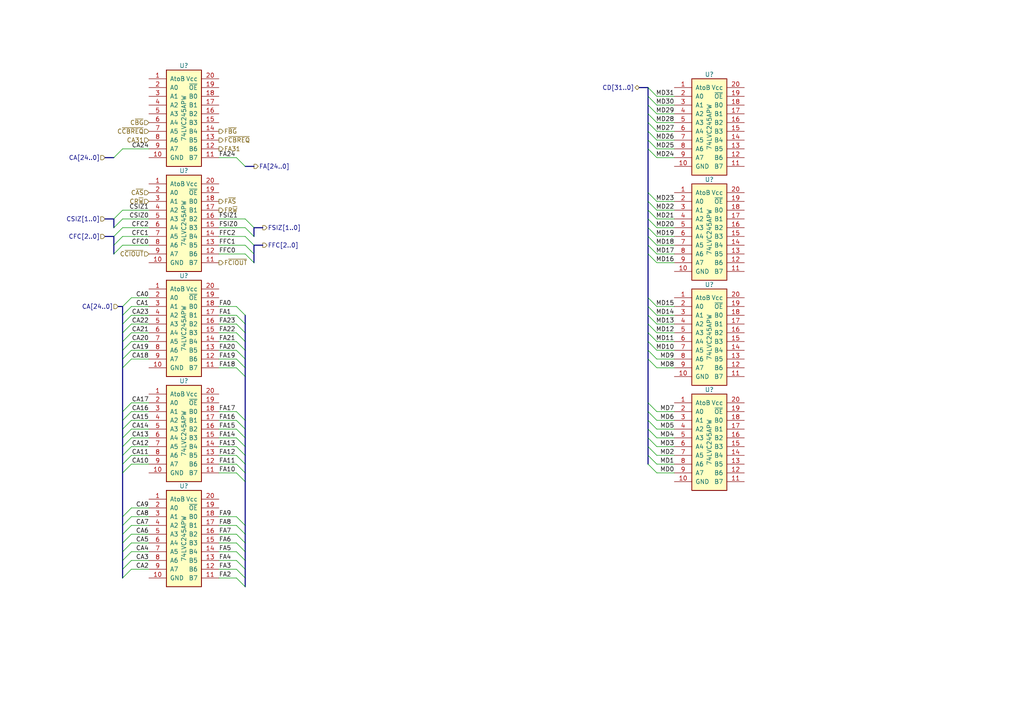
<source format=kicad_sch>
(kicad_sch (version 20211123) (generator eeschema)
  (paper "A4")
  (lib_symbols
    (symbol "GW_Logic:74245" (pin_names (offset 1.016))
      (property "Reference" "U" (at 0 15.24 0))
      (property "Value" "74245" (at 0 0 90))
      (symbol "74245_0_1"
        (rectangle (start -5.08 13.97) (end 5.08 -13.97) (stroke (width 0.254)) (fill (type background)))
      )
      (symbol "74245_1_1"
        (pin input line (at -10.16 11.43 0) (length 5.08) (name "AtoB") (number "1"))
        (pin power_in line (at -10.16 -11.43 0) (length 5.08) (name "GND") (number "10"))
        (pin bidirectional line (at 10.16 -11.43 180) (length 5.08) (name "B7") (number "11"))
        (pin bidirectional line (at 10.16 -8.89 180) (length 5.08) (name "B6") (number "12"))
        (pin bidirectional line (at 10.16 -6.35 180) (length 5.08) (name "B5") (number "13"))
        (pin bidirectional line (at 10.16 -3.81 180) (length 5.08) (name "B4") (number "14"))
        (pin bidirectional line (at 10.16 -1.27 180) (length 5.08) (name "B3") (number "15"))
        (pin bidirectional line (at 10.16 1.27 180) (length 5.08) (name "B2") (number "16"))
        (pin bidirectional line (at 10.16 3.81 180) (length 5.08) (name "B1") (number "17"))
        (pin bidirectional line (at 10.16 6.35 180) (length 5.08) (name "B0") (number "18"))
        (pin input line (at 10.16 8.89 180) (length 5.08) (name "~{OE}") (number "19"))
        (pin bidirectional line (at -10.16 8.89 0) (length 5.08) (name "A0") (number "2"))
        (pin power_in line (at 10.16 11.43 180) (length 5.08) (name "Vcc") (number "20"))
        (pin bidirectional line (at -10.16 6.35 0) (length 5.08) (name "A1") (number "3"))
        (pin bidirectional line (at -10.16 3.81 0) (length 5.08) (name "A2") (number "4"))
        (pin bidirectional line (at -10.16 1.27 0) (length 5.08) (name "A3") (number "5"))
        (pin bidirectional line (at -10.16 -1.27 0) (length 5.08) (name "A4") (number "6"))
        (pin bidirectional line (at -10.16 -3.81 0) (length 5.08) (name "A5") (number "7"))
        (pin bidirectional line (at -10.16 -6.35 0) (length 5.08) (name "A6") (number "8"))
        (pin bidirectional line (at -10.16 -8.89 0) (length 5.08) (name "A7") (number "9"))
      )
    )
  )
  (bus_entry (at 35.56 60.96) (size -2.54 2.54))
  (bus_entry (at 382.27 67.31) (size 2.54 -2.54))
  (bus_entry (at 382.27 49.53) (size 2.54 -2.54))
  (bus_entry (at 68.58 96.52) (size 2.54 2.54))
  (bus_entry (at 68.58 167.64) (size 2.54 2.54))
  (bus_entry (at 38.1 160.02) (size -2.54 2.54))
  (bus_entry (at 38.1 121.92) (size -2.54 2.54))
  (bus_entry (at 190.5 76.2) (size -2.54 -2.54))
  (bus_entry (at 382.27 36.83) (size 2.54 -2.54))
  (bus_entry (at 68.58 101.6) (size 2.54 2.54))
  (bus_entry (at 190.5 38.1) (size -2.54 -2.54))
  (bus_entry (at 68.58 127) (size 2.54 2.54))
  (bus_entry (at 71.12 63.5) (size 2.54 2.54))
  (bus_entry (at 68.58 132.08) (size 2.54 2.54))
  (bus_entry (at 68.58 157.48) (size 2.54 2.54))
  (bus_entry (at 190.5 129.54) (size -2.54 -2.54))
  (bus_entry (at 382.27 59.69) (size 2.54 -2.54))
  (bus_entry (at 35.56 43.18) (size -2.54 2.54))
  (bus_entry (at 382.27 87.63) (size 2.54 -2.54))
  (bus_entry (at 382.27 92.71) (size 2.54 -2.54))
  (bus_entry (at 190.5 106.68) (size -2.54 -2.54))
  (bus_entry (at 68.58 106.68) (size 2.54 2.54))
  (bus_entry (at 190.5 101.6) (size -2.54 -2.54))
  (bus_entry (at 190.5 88.9) (size -2.54 -2.54))
  (bus_entry (at 35.56 63.5) (size -2.54 2.54))
  (bus_entry (at 382.27 72.39) (size 2.54 -2.54))
  (bus_entry (at 382.27 77.47) (size 2.54 -2.54))
  (bus_entry (at 190.5 71.12) (size -2.54 -2.54))
  (bus_entry (at 190.5 66.04) (size -2.54 -2.54))
  (bus_entry (at 382.27 57.15) (size 2.54 -2.54))
  (bus_entry (at 190.5 43.18) (size -2.54 -2.54))
  (bus_entry (at 382.27 100.33) (size 2.54 -2.54))
  (bus_entry (at 190.5 121.92) (size -2.54 -2.54))
  (bus_entry (at 68.58 162.56) (size 2.54 2.54))
  (bus_entry (at 190.5 132.08) (size -2.54 -2.54))
  (bus_entry (at 71.12 66.04) (size 2.54 2.54))
  (bus_entry (at 382.27 74.93) (size 2.54 -2.54))
  (bus_entry (at 38.1 124.46) (size -2.54 2.54))
  (bus_entry (at 35.56 71.12) (size -2.54 2.54))
  (bus_entry (at 68.58 45.72) (size 2.54 2.54))
  (bus_entry (at 68.58 104.14) (size 2.54 2.54))
  (bus_entry (at 382.27 34.29) (size 2.54 -2.54))
  (bus_entry (at 68.58 88.9) (size 2.54 2.54))
  (bus_entry (at 382.27 52.07) (size 2.54 -2.54))
  (bus_entry (at 68.58 99.06) (size 2.54 2.54))
  (bus_entry (at 71.12 68.58) (size 2.54 2.54))
  (bus_entry (at 71.12 71.12) (size 2.54 2.54))
  (bus_entry (at 190.5 91.44) (size -2.54 -2.54))
  (bus_entry (at 190.5 104.14) (size -2.54 -2.54))
  (bus_entry (at 382.27 62.23) (size 2.54 -2.54))
  (bus_entry (at 38.1 132.08) (size -2.54 2.54))
  (bus_entry (at 382.27 39.37) (size 2.54 -2.54))
  (bus_entry (at 68.58 165.1) (size 2.54 2.54))
  (bus_entry (at 382.27 105.41) (size 2.54 -2.54))
  (bus_entry (at 382.27 64.77) (size 2.54 -2.54))
  (bus_entry (at 382.27 26.67) (size 2.54 -2.54))
  (bus_entry (at 190.5 73.66) (size -2.54 -2.54))
  (bus_entry (at 190.5 99.06) (size -2.54 -2.54))
  (bus_entry (at 38.1 149.86) (size -2.54 2.54))
  (bus_entry (at 38.1 119.38) (size -2.54 2.54))
  (bus_entry (at 38.1 154.94) (size -2.54 2.54))
  (bus_entry (at 190.5 33.02) (size -2.54 -2.54))
  (bus_entry (at 38.1 86.36) (size -2.54 2.54))
  (bus_entry (at 38.1 152.4) (size -2.54 2.54))
  (bus_entry (at 190.5 40.64) (size -2.54 -2.54))
  (bus_entry (at 382.27 90.17) (size 2.54 -2.54))
  (bus_entry (at 68.58 93.98) (size 2.54 2.54))
  (bus_entry (at 190.5 119.38) (size -2.54 -2.54))
  (bus_entry (at 382.27 31.75) (size 2.54 -2.54))
  (bus_entry (at 35.56 66.04) (size -2.54 2.54))
  (bus_entry (at 68.58 119.38) (size 2.54 2.54))
  (bus_entry (at 68.58 91.44) (size 2.54 2.54))
  (bus_entry (at 382.27 29.21) (size 2.54 -2.54))
  (bus_entry (at 68.58 121.92) (size 2.54 2.54))
  (bus_entry (at 190.5 27.94) (size -2.54 -2.54))
  (bus_entry (at 38.1 88.9) (size -2.54 2.54))
  (bus_entry (at 190.5 68.58) (size -2.54 -2.54))
  (bus_entry (at 190.5 60.96) (size -2.54 -2.54))
  (bus_entry (at 190.5 124.46) (size -2.54 -2.54))
  (bus_entry (at 382.27 80.01) (size 2.54 -2.54))
  (bus_entry (at 382.27 95.25) (size 2.54 -2.54))
  (bus_entry (at 382.27 46.99) (size 2.54 -2.54))
  (bus_entry (at 38.1 116.84) (size -2.54 2.54))
  (bus_entry (at 68.58 160.02) (size 2.54 2.54))
  (bus_entry (at 68.58 152.4) (size 2.54 2.54))
  (bus_entry (at 38.1 165.1) (size -2.54 2.54))
  (bus_entry (at 382.27 69.85) (size 2.54 -2.54))
  (bus_entry (at 68.58 149.86) (size 2.54 2.54))
  (bus_entry (at 38.1 157.48) (size -2.54 2.54))
  (bus_entry (at 38.1 129.54) (size -2.54 2.54))
  (bus_entry (at 68.58 124.46) (size 2.54 2.54))
  (bus_entry (at 38.1 147.32) (size -2.54 2.54))
  (bus_entry (at 38.1 162.56) (size -2.54 2.54))
  (bus_entry (at 382.27 54.61) (size 2.54 -2.54))
  (bus_entry (at 68.58 137.16) (size 2.54 2.54))
  (bus_entry (at 68.58 134.62) (size 2.54 2.54))
  (bus_entry (at 190.5 134.62) (size -2.54 -2.54))
  (bus_entry (at 190.5 63.5) (size -2.54 -2.54))
  (bus_entry (at 38.1 134.62) (size -2.54 2.54))
  (bus_entry (at 38.1 91.44) (size -2.54 2.54))
  (bus_entry (at 190.5 96.52) (size -2.54 -2.54))
  (bus_entry (at 190.5 58.42) (size -2.54 -2.54))
  (bus_entry (at 190.5 137.16) (size -2.54 -2.54))
  (bus_entry (at 382.27 41.91) (size 2.54 -2.54))
  (bus_entry (at 382.27 102.87) (size 2.54 -2.54))
  (bus_entry (at 38.1 96.52) (size -2.54 2.54))
  (bus_entry (at 38.1 101.6) (size -2.54 2.54))
  (bus_entry (at 190.5 35.56) (size -2.54 -2.54))
  (bus_entry (at 38.1 99.06) (size -2.54 2.54))
  (bus_entry (at 382.27 97.79) (size 2.54 -2.54))
  (bus_entry (at 382.27 44.45) (size 2.54 -2.54))
  (bus_entry (at 190.5 30.48) (size -2.54 -2.54))
  (bus_entry (at 71.12 73.66) (size 2.54 2.54))
  (bus_entry (at 68.58 154.94) (size 2.54 2.54))
  (bus_entry (at 382.27 82.55) (size 2.54 -2.54))
  (bus_entry (at 190.5 45.72) (size -2.54 -2.54))
  (bus_entry (at 38.1 104.14) (size -2.54 2.54))
  (bus_entry (at 38.1 93.98) (size -2.54 2.54))
  (bus_entry (at 190.5 93.98) (size -2.54 -2.54))
  (bus_entry (at 35.56 68.58) (size -2.54 2.54))
  (bus_entry (at 382.27 85.09) (size 2.54 -2.54))
  (bus_entry (at 38.1 127) (size -2.54 2.54))
  (bus_entry (at 68.58 129.54) (size 2.54 2.54))
  (bus_entry (at 190.5 127) (size -2.54 -2.54))
  (wire (pts (xy 43.18 157.48) (xy 38.1 157.48)))
  (bus (pts (xy 187.96 25.4) (xy 185.42 25.4)))
  (wire (pts (xy 43.18 127) (xy 38.1 127)))
  (bus (pts (xy 71.12 121.92) (xy 71.12 124.46)))
  (bus (pts (xy 384.81 26.67) (xy 384.81 29.21)))
  (wire (pts (xy 377.19 54.61) (xy 382.27 54.61)))
  (bus (pts (xy 187.96 38.1) (xy 187.96 40.64)))
  (wire (pts (xy 63.5 88.9) (xy 68.58 88.9)))
  (wire (pts (xy 377.19 52.07) (xy 382.27 52.07)))
  (wire (pts (xy 377.19 72.39) (xy 382.27 72.39)))
  (bus (pts (xy 35.56 96.52) (xy 35.56 99.06)))
  (bus (pts (xy 187.96 63.5) (xy 187.96 66.04)))
  (bus (pts (xy 384.81 62.23) (xy 384.81 64.77)))
  (bus (pts (xy 187.96 101.6) (xy 187.96 99.06)))
  (bus (pts (xy 187.96 96.52) (xy 187.96 93.98)))
  (bus (pts (xy 187.96 55.88) (xy 187.96 58.42)))
  (wire (pts (xy 195.58 134.62) (xy 190.5 134.62)))
  (wire (pts (xy 195.58 35.56) (xy 190.5 35.56)))
  (wire (pts (xy 63.5 93.98) (xy 68.58 93.98)))
  (wire (pts (xy 377.19 67.31) (xy 382.27 67.31)))
  (wire (pts (xy 43.18 129.54) (xy 38.1 129.54)))
  (wire (pts (xy 63.5 149.86) (xy 68.58 149.86)))
  (bus (pts (xy 71.12 96.52) (xy 71.12 99.06)))
  (wire (pts (xy 63.5 162.56) (xy 68.58 162.56)))
  (bus (pts (xy 71.12 165.1) (xy 71.12 167.64)))
  (wire (pts (xy 63.5 63.5) (xy 71.12 63.5)))
  (bus (pts (xy 384.81 39.37) (xy 384.81 41.91)))
  (wire (pts (xy 43.18 101.6) (xy 38.1 101.6)))
  (bus (pts (xy 384.81 54.61) (xy 384.81 57.15)))
  (wire (pts (xy 377.19 39.37) (xy 382.27 39.37)))
  (bus (pts (xy 187.96 33.02) (xy 187.96 35.56)))
  (wire (pts (xy 63.5 96.52) (xy 68.58 96.52)))
  (bus (pts (xy 187.96 73.66) (xy 187.96 86.36)))
  (bus (pts (xy 35.56 132.08) (xy 35.56 134.62)))
  (bus (pts (xy 35.56 134.62) (xy 35.56 137.16)))
  (wire (pts (xy 195.58 63.5) (xy 190.5 63.5)))
  (bus (pts (xy 384.81 44.45) (xy 384.81 46.99)))
  (bus (pts (xy 384.81 67.31) (xy 384.81 64.77)))
  (bus (pts (xy 187.96 132.08) (xy 187.96 129.54)))
  (bus (pts (xy 187.96 124.46) (xy 187.96 121.92)))
  (wire (pts (xy 195.58 121.92) (xy 190.5 121.92)))
  (wire (pts (xy 43.18 147.32) (xy 38.1 147.32)))
  (bus (pts (xy 187.96 58.42) (xy 187.96 60.96)))
  (wire (pts (xy 377.19 105.41) (xy 382.27 105.41)))
  (wire (pts (xy 63.5 119.38) (xy 68.58 119.38)))
  (wire (pts (xy 63.5 154.94) (xy 68.58 154.94)))
  (bus (pts (xy 35.56 154.94) (xy 35.56 157.48)))
  (bus (pts (xy 187.96 91.44) (xy 187.96 88.9)))
  (bus (pts (xy 73.66 68.58) (xy 73.66 66.04)))
  (wire (pts (xy 377.19 87.63) (xy 382.27 87.63)))
  (wire (pts (xy 195.58 106.68) (xy 190.5 106.68)))
  (bus (pts (xy 384.81 59.69) (xy 384.81 62.23)))
  (wire (pts (xy 63.5 152.4) (xy 68.58 152.4)))
  (bus (pts (xy 35.56 137.16) (xy 35.56 149.86)))
  (bus (pts (xy 71.12 167.64) (xy 71.12 170.18)))
  (bus (pts (xy 33.02 63.5) (xy 30.48 63.5)))
  (bus (pts (xy 384.81 46.99) (xy 384.81 49.53)))
  (wire (pts (xy 377.19 26.67) (xy 382.27 26.67)))
  (bus (pts (xy 73.66 71.12) (xy 73.66 73.66)))
  (wire (pts (xy 35.56 43.18) (xy 43.18 43.18)))
  (wire (pts (xy 195.58 43.18) (xy 190.5 43.18)))
  (wire (pts (xy 377.19 92.71) (xy 382.27 92.71)))
  (bus (pts (xy 35.56 91.44) (xy 35.56 93.98)))
  (bus (pts (xy 73.66 66.04) (xy 76.2 66.04)))
  (bus (pts (xy 71.12 162.56) (xy 71.12 165.1)))
  (wire (pts (xy 43.18 132.08) (xy 38.1 132.08)))
  (wire (pts (xy 43.18 119.38) (xy 38.1 119.38)))
  (wire (pts (xy 63.5 132.08) (xy 68.58 132.08)))
  (bus (pts (xy 71.12 157.48) (xy 71.12 160.02)))
  (bus (pts (xy 384.81 85.09) (xy 384.81 82.55)))
  (bus (pts (xy 71.12 129.54) (xy 71.12 132.08)))
  (bus (pts (xy 71.12 152.4) (xy 71.12 154.94)))
  (wire (pts (xy 377.19 102.87) (xy 382.27 102.87)))
  (wire (pts (xy 63.5 106.68) (xy 68.58 106.68)))
  (bus (pts (xy 187.96 60.96) (xy 187.96 63.5)))
  (bus (pts (xy 187.96 66.04) (xy 187.96 68.58)))
  (wire (pts (xy 63.5 129.54) (xy 68.58 129.54)))
  (bus (pts (xy 35.56 162.56) (xy 35.56 165.1)))
  (bus (pts (xy 384.81 69.85) (xy 384.81 67.31)))
  (bus (pts (xy 33.02 73.66) (xy 33.02 71.12)))
  (bus (pts (xy 35.56 157.48) (xy 35.56 160.02)))
  (wire (pts (xy 377.19 77.47) (xy 382.27 77.47)))
  (wire (pts (xy 195.58 71.12) (xy 190.5 71.12)))
  (wire (pts (xy 63.5 157.48) (xy 68.58 157.48)))
  (bus (pts (xy 187.96 121.92) (xy 187.96 119.38)))
  (wire (pts (xy 377.19 36.83) (xy 382.27 36.83)))
  (wire (pts (xy 377.19 95.25) (xy 382.27 95.25)))
  (wire (pts (xy 377.19 80.01) (xy 382.27 80.01)))
  (bus (pts (xy 187.96 43.18) (xy 187.96 55.88)))
  (bus (pts (xy 35.56 124.46) (xy 35.56 127)))
  (wire (pts (xy 43.18 91.44) (xy 38.1 91.44)))
  (bus (pts (xy 187.96 27.94) (xy 187.96 30.48)))
  (wire (pts (xy 195.58 45.72) (xy 190.5 45.72)))
  (wire (pts (xy 43.18 162.56) (xy 38.1 162.56)))
  (wire (pts (xy 377.19 97.79) (xy 382.27 97.79)))
  (wire (pts (xy 377.19 31.75) (xy 382.27 31.75)))
  (bus (pts (xy 384.81 95.25) (xy 384.81 92.71)))
  (wire (pts (xy 43.18 154.94) (xy 38.1 154.94)))
  (wire (pts (xy 377.19 34.29) (xy 382.27 34.29)))
  (wire (pts (xy 43.18 68.58) (xy 35.56 68.58)))
  (wire (pts (xy 63.5 99.06) (xy 68.58 99.06)))
  (bus (pts (xy 187.96 127) (xy 187.96 124.46)))
  (bus (pts (xy 73.66 76.2) (xy 73.66 73.66)))
  (wire (pts (xy 195.58 66.04) (xy 190.5 66.04)))
  (wire (pts (xy 63.5 127) (xy 68.58 127)))
  (wire (pts (xy 63.5 121.92) (xy 68.58 121.92)))
  (bus (pts (xy 384.81 82.55) (xy 384.81 80.01)))
  (wire (pts (xy 63.5 73.66) (xy 71.12 73.66)))
  (bus (pts (xy 384.81 80.01) (xy 384.81 77.47)))
  (bus (pts (xy 35.56 119.38) (xy 35.56 121.92)))
  (wire (pts (xy 195.58 33.02) (xy 190.5 33.02)))
  (bus (pts (xy 384.81 92.71) (xy 384.81 90.17)))
  (wire (pts (xy 377.19 64.77) (xy 382.27 64.77)))
  (wire (pts (xy 195.58 132.08) (xy 190.5 132.08)))
  (wire (pts (xy 377.19 74.93) (xy 382.27 74.93)))
  (wire (pts (xy 63.5 101.6) (xy 68.58 101.6)))
  (bus (pts (xy 187.96 40.64) (xy 187.96 43.18)))
  (bus (pts (xy 384.81 102.87) (xy 384.81 100.33)))
  (bus (pts (xy 187.96 129.54) (xy 187.96 127)))
  (bus (pts (xy 71.12 154.94) (xy 71.12 157.48)))
  (wire (pts (xy 43.18 160.02) (xy 38.1 160.02)))
  (bus (pts (xy 384.81 74.93) (xy 384.81 72.39)))
  (bus (pts (xy 35.56 121.92) (xy 35.56 124.46)))
  (bus (pts (xy 35.56 160.02) (xy 35.56 162.56)))
  (wire (pts (xy 377.19 69.85) (xy 382.27 69.85)))
  (bus (pts (xy 384.81 24.13) (xy 384.81 26.67)))
  (wire (pts (xy 63.5 137.16) (xy 68.58 137.16)))
  (wire (pts (xy 43.18 134.62) (xy 38.1 134.62)))
  (bus (pts (xy 35.56 88.9) (xy 35.56 91.44)))
  (bus (pts (xy 76.2 71.12) (xy 73.66 71.12)))
  (bus (pts (xy 187.96 104.14) (xy 187.96 116.84)))
  (bus (pts (xy 384.81 77.47) (xy 384.81 74.93)))
  (wire (pts (xy 195.58 104.14) (xy 190.5 104.14)))
  (wire (pts (xy 195.58 99.06) (xy 190.5 99.06)))
  (bus (pts (xy 384.81 34.29) (xy 384.81 36.83)))
  (wire (pts (xy 377.19 82.55) (xy 382.27 82.55)))
  (wire (pts (xy 43.18 116.84) (xy 38.1 116.84)))
  (bus (pts (xy 33.02 66.04) (xy 33.02 63.5)))
  (wire (pts (xy 43.18 96.52) (xy 38.1 96.52)))
  (wire (pts (xy 195.58 58.42) (xy 190.5 58.42)))
  (bus (pts (xy 384.81 97.79) (xy 384.81 95.25)))
  (bus (pts (xy 71.12 109.22) (xy 71.12 121.92)))
  (wire (pts (xy 377.19 90.17) (xy 382.27 90.17)))
  (bus (pts (xy 35.56 99.06) (xy 35.56 101.6)))
  (wire (pts (xy 377.19 100.33) (xy 382.27 100.33)))
  (bus (pts (xy 71.12 106.68) (xy 71.12 109.22)))
  (wire (pts (xy 43.18 152.4) (xy 38.1 152.4)))
  (wire (pts (xy 195.58 124.46) (xy 190.5 124.46)))
  (wire (pts (xy 43.18 63.5) (xy 35.56 63.5)))
  (bus (pts (xy 35.56 101.6) (xy 35.56 104.14)))
  (wire (pts (xy 63.5 134.62) (xy 68.58 134.62)))
  (wire (pts (xy 63.5 91.44) (xy 68.58 91.44)))
  (bus (pts (xy 71.12 134.62) (xy 71.12 137.16)))
  (wire (pts (xy 63.5 124.46) (xy 68.58 124.46)))
  (bus (pts (xy 35.56 149.86) (xy 35.56 152.4)))
  (bus (pts (xy 187.96 134.62) (xy 187.96 132.08)))
  (bus (pts (xy 384.81 36.83) (xy 384.81 39.37)))
  (bus (pts (xy 35.56 152.4) (xy 35.56 154.94)))
  (wire (pts (xy 195.58 91.44) (xy 190.5 91.44)))
  (bus (pts (xy 35.56 106.68) (xy 35.56 119.38)))
  (wire (pts (xy 195.58 127) (xy 190.5 127)))
  (wire (pts (xy 63.5 68.58) (xy 71.12 68.58)))
  (wire (pts (xy 43.18 165.1) (xy 38.1 165.1)))
  (bus (pts (xy 73.66 48.26) (xy 71.12 48.26)))
  (wire (pts (xy 63.5 160.02) (xy 68.58 160.02)))
  (bus (pts (xy 187.96 25.4) (xy 187.96 27.94)))
  (wire (pts (xy 63.5 71.12) (xy 71.12 71.12)))
  (wire (pts (xy 43.18 93.98) (xy 38.1 93.98)))
  (bus (pts (xy 384.81 31.75) (xy 384.81 34.29)))
  (wire (pts (xy 377.19 41.91) (xy 382.27 41.91)))
  (wire (pts (xy 43.18 86.36) (xy 38.1 86.36)))
  (bus (pts (xy 384.81 72.39) (xy 384.81 69.85)))
  (wire (pts (xy 195.58 40.64) (xy 190.5 40.64)))
  (bus (pts (xy 35.56 93.98) (xy 35.56 96.52)))
  (wire (pts (xy 377.19 85.09) (xy 382.27 85.09)))
  (bus (pts (xy 71.12 101.6) (xy 71.12 104.14)))
  (wire (pts (xy 195.58 73.66) (xy 190.5 73.66)))
  (wire (pts (xy 195.58 27.94) (xy 190.5 27.94)))
  (wire (pts (xy 63.5 104.14) (xy 68.58 104.14)))
  (bus (pts (xy 35.56 127) (xy 35.56 129.54)))
  (bus (pts (xy 33.02 68.58) (xy 33.02 71.12)))
  (wire (pts (xy 195.58 101.6) (xy 190.5 101.6)))
  (wire (pts (xy 195.58 88.9) (xy 190.5 88.9)))
  (bus (pts (xy 384.81 49.53) (xy 384.81 52.07)))
  (wire (pts (xy 195.58 93.98) (xy 190.5 93.98)))
  (bus (pts (xy 34.29 88.9) (xy 35.56 88.9)))
  (wire (pts (xy 63.5 165.1) (xy 68.58 165.1)))
  (wire (pts (xy 43.18 149.86) (xy 38.1 149.86)))
  (bus (pts (xy 71.12 99.06) (xy 71.12 101.6)))
  (bus (pts (xy 30.48 45.72) (xy 33.02 45.72)))
  (wire (pts (xy 377.19 57.15) (xy 382.27 57.15)))
  (bus (pts (xy 187.96 35.56) (xy 187.96 38.1)))
  (bus (pts (xy 187.96 86.36) (xy 187.96 88.9)))
  (wire (pts (xy 195.58 76.2) (xy 190.5 76.2)))
  (bus (pts (xy 187.96 93.98) (xy 187.96 91.44)))
  (bus (pts (xy 384.81 41.91) (xy 384.81 44.45)))
  (bus (pts (xy 71.12 139.7) (xy 71.12 152.4)))
  (bus (pts (xy 187.96 71.12) (xy 187.96 73.66)))
  (wire (pts (xy 195.58 30.48) (xy 190.5 30.48)))
  (bus (pts (xy 187.96 30.48) (xy 187.96 33.02)))
  (bus (pts (xy 384.81 57.15) (xy 384.81 59.69)))
  (bus (pts (xy 384.81 24.13) (xy 387.35 24.13)))
  (wire (pts (xy 195.58 60.96) (xy 190.5 60.96)))
  (wire (pts (xy 377.19 46.99) (xy 382.27 46.99)))
  (wire (pts (xy 195.58 68.58) (xy 190.5 68.58)))
  (wire (pts (xy 43.18 60.96) (xy 35.56 60.96)))
  (bus (pts (xy 71.12 124.46) (xy 71.12 127)))
  (wire (pts (xy 377.19 59.69) (xy 382.27 59.69)))
  (bus (pts (xy 384.81 100.33) (xy 384.81 97.79)))
  (bus (pts (xy 384.81 29.21) (xy 384.81 31.75)))
  (bus (pts (xy 35.56 104.14) (xy 35.56 106.68)))
  (bus (pts (xy 187.96 68.58) (xy 187.96 71.12)))
  (wire (pts (xy 43.18 88.9) (xy 38.1 88.9)))
  (bus (pts (xy 384.81 87.63) (xy 384.81 85.09)))
  (wire (pts (xy 377.19 29.21) (xy 382.27 29.21)))
  (bus (pts (xy 187.96 104.14) (xy 187.96 101.6)))
  (wire (pts (xy 377.19 44.45) (xy 382.27 44.45)))
  (bus (pts (xy 35.56 165.1) (xy 35.56 167.64)))
  (bus (pts (xy 30.48 68.58) (xy 33.02 68.58)))
  (wire (pts (xy 195.58 38.1) (xy 190.5 38.1)))
  (bus (pts (xy 71.12 93.98) (xy 71.12 96.52)))
  (wire (pts (xy 195.58 119.38) (xy 190.5 119.38)))
  (wire (pts (xy 43.18 66.04) (xy 35.56 66.04)))
  (bus (pts (xy 71.12 91.44) (xy 71.12 93.98)))
  (wire (pts (xy 377.19 62.23) (xy 382.27 62.23)))
  (wire (pts (xy 190.5 137.16) (xy 195.58 137.16)))
  (wire (pts (xy 43.18 121.92) (xy 38.1 121.92)))
  (bus (pts (xy 384.81 90.17) (xy 384.81 87.63)))
  (wire (pts (xy 63.5 66.04) (xy 71.12 66.04)))
  (wire (pts (xy 43.18 124.46) (xy 38.1 124.46)))
  (bus (pts (xy 384.81 52.07) (xy 384.81 54.61)))
  (wire (pts (xy 195.58 129.54) (xy 190.5 129.54)))
  (wire (pts (xy 195.58 96.52) (xy 190.5 96.52)))
  (wire (pts (xy 43.18 99.06) (xy 38.1 99.06)))
  (bus (pts (xy 71.12 104.14) (xy 71.12 106.68)))
  (bus (pts (xy 71.12 160.02) (xy 71.12 162.56)))
  (wire (pts (xy 43.18 104.14) (xy 38.1 104.14)))
  (bus (pts (xy 71.12 127) (xy 71.12 129.54)))
  (wire (pts (xy 63.5 167.64) (xy 68.58 167.64)))
  (bus (pts (xy 35.56 129.54) (xy 35.56 132.08)))
  (wire (pts (xy 63.5 45.72) (xy 68.58 45.72)))
  (bus (pts (xy 71.12 132.08) (xy 71.12 134.62)))
  (wire (pts (xy 377.19 49.53) (xy 382.27 49.53)))
  (bus (pts (xy 71.12 137.16) (xy 71.12 139.7)))
  (bus (pts (xy 187.96 119.38) (xy 187.96 116.84)))
  (wire (pts (xy 43.18 71.12) (xy 35.56 71.12)))
  (bus (pts (xy 187.96 99.06) (xy 187.96 96.52)))
  (label "FD7" (at 377.19 87.63 0))
  (label "FA9" (at 63.5 149.86 0))
  (label "MD11" (at 195.58 99.06 180))
  (label "CA18" (at 43.18 104.14 180))
  (label "FD8" (at 377.19 85.09 0))
  (label "FA15" (at 63.5 124.46 0))
  (label "CFC0" (at 43.18 71.12 180))
  (label "FA19" (at 63.5 104.14 0))
  (label "CFC2" (at 43.18 66.04 180))
  (label "FD11" (at 377.19 77.47 0))
  (label "MD9" (at 195.58 104.14 180))
  (label "FD5" (at 377.19 92.71 0))
  (label "MD5" (at 195.58 124.46 180))
  (label "MD7" (at 195.58 119.38 180))
  (label "FA6" (at 63.5 157.48 0))
  (label "MD2" (at 195.58 132.08 180))
  (label "FA1" (at 63.5 91.44 0))
  (label "CA16" (at 43.18 119.38 180))
  (label "CA21" (at 43.18 96.52 180))
  (label "MD23" (at 195.58 58.42 180))
  (label "MD12" (at 195.58 96.52 180))
  (label "FD0" (at 377.19 105.41 0))
  (label "MD3" (at 195.58 129.54 180))
  (label "FA10" (at 63.5 137.16 0))
  (label "FD17" (at 377.19 62.23 0))
  (label "MD18" (at 195.58 71.12 180))
  (label "CA4" (at 43.18 160.02 180))
  (label "FD28" (at 377.19 34.29 0))
  (label "FD10" (at 377.19 80.01 0))
  (label "FD20" (at 377.19 54.61 0))
  (label "FD1" (at 377.19 102.87 0))
  (label "CA6" (at 43.18 154.94 180))
  (label "MD1" (at 195.58 134.62 180))
  (label "FA13" (at 63.5 129.54 0))
  (label "CA8" (at 43.18 149.86 180))
  (label "FA14" (at 63.5 127 0))
  (label "CA5" (at 43.18 157.48 180))
  (label "CA1" (at 43.18 88.9 180))
  (label "FD18" (at 377.19 59.69 0))
  (label "CA17" (at 43.18 116.84 180))
  (label "FA20" (at 63.5 101.6 0))
  (label "MD8" (at 195.58 106.68 180))
  (label "FD25" (at 377.19 41.91 0))
  (label "FA12" (at 63.5 132.08 0))
  (label "CA3" (at 43.18 162.56 180))
  (label "FD21" (at 377.19 52.07 0))
  (label "CA13" (at 43.18 127 180))
  (label "MD25" (at 195.58 43.18 180))
  (label "MD19" (at 195.58 68.58 180))
  (label "MD10" (at 195.58 101.6 180))
  (label "FA16" (at 63.5 121.92 0))
  (label "CA0" (at 43.18 86.36 180))
  (label "FD2" (at 377.19 100.33 0))
  (label "FA17" (at 63.5 119.38 0))
  (label "FA21" (at 63.5 99.06 0))
  (label "FFC1" (at 63.5 71.12 0))
  (label "FSIZ1" (at 63.5 63.5 0))
  (label "FD19" (at 377.19 57.15 0))
  (label "FA24" (at 63.5 45.72 0))
  (label "MD24" (at 195.58 45.72 180))
  (label "FA5" (at 63.5 160.02 0))
  (label "CA15" (at 43.18 121.92 180))
  (label "CA7" (at 43.18 152.4 180))
  (label "CA24" (at 43.18 43.18 180))
  (label "MD20" (at 195.58 66.04 180))
  (label "CSIZ0" (at 43.18 63.5 180))
  (label "FD12" (at 377.19 74.93 0))
  (label "FA18" (at 63.5 106.68 0))
  (label "CFC1" (at 43.18 68.58 180))
  (label "FD14" (at 377.19 69.85 0))
  (label "CA20" (at 43.18 99.06 180))
  (label "MD22" (at 195.58 60.96 180))
  (label "CA19" (at 43.18 101.6 180))
  (label "MD30" (at 195.58 30.48 180))
  (label "FFC0" (at 63.5 73.66 0))
  (label "MD26" (at 195.58 40.64 180))
  (label "FA0" (at 63.5 88.9 0))
  (label "CA14" (at 43.18 124.46 180))
  (label "MD17" (at 195.58 73.66 180))
  (label "MD31" (at 195.58 27.94 180))
  (label "FD24" (at 377.19 44.45 0))
  (label "FA23" (at 63.5 93.98 0))
  (label "FA3" (at 63.5 165.1 0))
  (label "FA4" (at 63.5 162.56 0))
  (label "MD0" (at 195.58 137.16 180))
  (label "FD9" (at 377.19 82.55 0))
  (label "FA11" (at 63.5 134.62 0))
  (label "FD31" (at 377.19 26.67 0))
  (label "MD28" (at 195.58 35.56 180))
  (label "MD4" (at 195.58 127 180))
  (label "CA11" (at 43.18 132.08 180))
  (label "CA2" (at 43.18 165.1 180))
  (label "FFC2" (at 63.5 68.58 0))
  (label "MD29" (at 195.58 33.02 180))
  (label "MD15" (at 195.58 88.9 180))
  (label "MD27" (at 195.58 38.1 180))
  (label "CA22" (at 43.18 93.98 180))
  (label "CSIZ1" (at 43.18 60.96 180))
  (label "FD6" (at 377.19 90.17 0))
  (label "FD27" (at 377.19 36.83 0))
  (label "FA22" (at 63.5 96.52 0))
  (label "FD3" (at 377.19 97.79 0))
  (label "FD4" (at 377.19 95.25 0))
  (label "CA23" (at 43.18 91.44 180))
  (label "CA10" (at 43.18 134.62 180))
  (label "FD26" (at 377.19 39.37 0))
  (label "CA9" (at 43.18 147.32 180))
  (label "FD15" (at 377.19 67.31 0))
  (label "MD6" (at 195.58 121.92 180))
  (label "MD16" (at 195.58 76.2 180))
  (label "FA2" (at 63.5 167.64 0))
  (label "MD14" (at 195.58 91.44 180))
  (label "FD22" (at 377.19 49.53 0))
  (label "CA12" (at 43.18 129.54 180))
  (label "FD16" (at 377.19 64.77 0))
  (label "FD23" (at 377.19 46.99 0))
  (label "MD21" (at 195.58 63.5 180))
  (label "FA7" (at 63.5 154.94 0))
  (label "FA8" (at 63.5 152.4 0))
  (label "FSIZ0" (at 63.5 66.04 0))
  (label "FD29" (at 377.19 31.75 0))
  (label "FD13" (at 377.19 72.39 0))
  (label "MD13" (at 195.58 93.98 180))
  (label "FD30" (at 377.19 29.21 0))
  (hierarchical_label "C~{AS}" (shape input) (at 43.18 55.88 180))
  (hierarchical_label "F~{BG}" (shape output) (at 63.5 38.1 0))
  (hierarchical_label "CSIZ[1..0]" (shape input) (at 30.48 63.5 180))
  (hierarchical_label "F~{AS}" (shape output) (at 63.5 58.42 0))
  (hierarchical_label "FR~{W}" (shape output) (at 63.5 60.96 0))
  (hierarchical_label "C~{CBREQ}" (shape input) (at 43.18 38.1 180))
  (hierarchical_label "F~{CIOUT}" (shape output) (at 63.5 76.2 0))
  (hierarchical_label "CA[24..0]" (shape input) (at 34.29 88.9 180))
  (hierarchical_label "CA[24..0]" (shape input) (at 30.48 45.72 180))
  (hierarchical_label "C~{BG}" (shape input) (at 43.18 35.56 180))
  (hierarchical_label "FD[31..0]" (shape bidirectional) (at 387.35 24.13 0))
  (hierarchical_label "CFC[2..0]" (shape input) (at 30.48 68.58 180))
  (hierarchical_label "C~{CIOUT}" (shape input) (at 43.18 73.66 180))
  (hierarchical_label "FA31" (shape output) (at 63.5 43.18 0))
  (hierarchical_label "CR~{W}" (shape input) (at 43.18 58.42 180))
  (hierarchical_label "F~{CBREQ}" (shape output) (at 63.5 40.64 0))
  (hierarchical_label "FSIZ[1..0]" (shape output) (at 76.2 66.04 0))
  (hierarchical_label "FA[24..0]" (shape output) (at 73.66 48.26 0))
  (hierarchical_label "FFC[2..0]" (shape output) (at 76.2 71.12 0))
  (hierarchical_label "CD[31..0]" (shape bidirectional) (at 185.42 25.4 180))
  (hierarchical_label "CA31" (shape input) (at 43.18 40.64 180))
  (symbol (lib_id "GW_Logic:74245") (at 53.34 125.73 0) (unit 1)
    (property "Reference" "U?" (at 53.34 110.49 0))
    (property "Value" "74LVC245APW" (at 53.34 125.73 90))
  )
  (symbol (lib_id "GW_Logic:74245") (at 205.74 128.27 0) (unit 1)
    (property "Reference" "U?" (at 205.74 113.03 0))
    (property "Value" "74LVC245APW" (at 205.74 128.27 90))
  )
  (symbol (lib_id "GW_Logic:74245") (at 205.74 67.31 0) (unit 1)
    (property "Reference" "U?" (at 205.74 52.07 0))
    (property "Value" "74LVC245APW" (at 205.74 67.31 90))
  )
  (symbol (lib_id "GW_Logic:74245") (at 53.34 34.29 0) (unit 1)
    (property "Reference" "U?" (at 53.34 19.05 0))
    (property "Value" "74LVC245APW" (at 53.34 34.29 90))
  )
  (symbol (lib_id "GW_Logic:74245") (at 53.34 95.25 0) (unit 1)
    (property "Reference" "U?" (at 53.34 80.01 0))
    (property "Value" "74LVC245APW" (at 53.34 95.25 90))
  )
  (symbol (lib_id "GW_Logic:74245") (at 53.34 156.21 0) (unit 1)
    (property "Reference" "U?" (at 53.34 140.97 0))
    (property "Value" "74LVC245APW" (at 53.34 156.21 90))
  )
  (symbol (lib_id "GW_Logic:74245") (at 53.34 64.77 0) (unit 1)
    (property "Reference" "U?" (at 53.34 49.53 0))
    (property "Value" "74LVC245APW" (at 53.34 64.77 90))
  )
  (symbol (lib_id "GW_Logic:74245") (at 205.74 97.79 0) (unit 1)
    (property "Reference" "U?" (at 205.74 82.55 0))
    (property "Value" "74LVC245APW" (at 205.74 97.79 90))
  )
  (symbol (lib_id "GW_Logic:74245") (at 205.74 36.83 0) (unit 1)
    (property "Reference" "U?" (at 205.74 21.59 0))
    (property "Value" "74LVC245APW" (at 205.74 36.83 90))
  )
)
</source>
